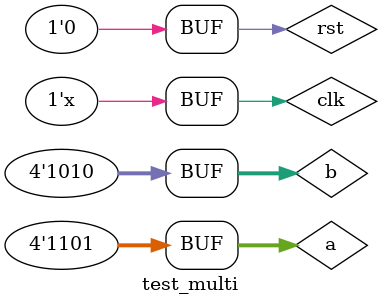
<source format=v>
`timescale 1ns / 1ps


module test_multi();
    reg [3:0] a, b;
    reg clk, rst;
    
    wire [7:0] o;
    wire out_ready;
    
    Multiplier m1 (a, b, o, out_ready, clk, rst);
    
    always #5 clk <= ~clk;
    
    initial begin
        clk <= 0;
        rst <= 1;
        a <= 4'd13;
        b <= 4'd10;
    
    #50;
        rst <= 0;
    end
endmodule

</source>
